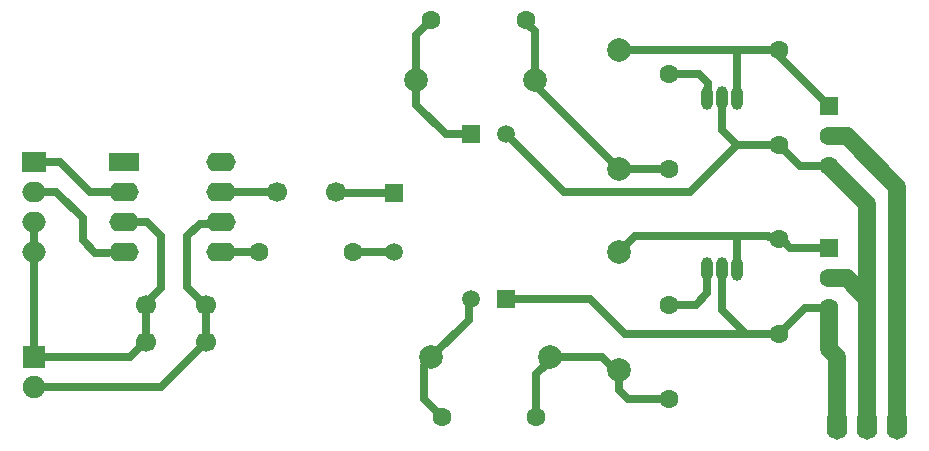
<source format=gbr>
%FSTAX23Y23*%
%MOIN*%
%SFA1B1*%

%IPPOS*%
%ADD10C,0.059055*%
%ADD11C,0.027559*%
%ADD12C,0.062992*%
%ADD13O,0.039370X0.078740*%
%ADD14O,0.039370X0.078740*%
%ADD15R,0.059055X0.059055*%
%ADD16C,0.059055*%
%ADD17R,0.059055X0.059055*%
%ADD18C,0.078740*%
%ADD19C,0.066929*%
%ADD20C,0.074803*%
%ADD21R,0.074803X0.074803*%
%ADD22R,0.098425X0.062992*%
%ADD23O,0.098425X0.062992*%
%ADD24O,0.078740X0.066929*%
%ADD25R,0.078740X0.066929*%
%ADD26R,0.062992X0.062992*%
%ADD27O,0.068898X0.098425*%
%LNpcb1_copper_signal_bot-1*%
%LPD*%
G54D10*
X04991Y02598D02*
Y03394D01*
X04823Y03562D02*
X04991Y03394D01*
X04763Y03562D02*
X04764Y03562D01*
X04823*
X04763Y03462D02*
X04891Y03335D01*
Y03021D02*
Y03335D01*
Y02598D02*
Y03021D01*
X04763Y0309D02*
X04764Y03089D01*
X04823*
X04891Y03021*
X04763Y02854D02*
Y0299D01*
X04791Y02598D02*
Y02826D01*
X04763Y02854D02*
X04791Y02826D01*
G54D11*
X04064Y02717D02*
Y02782D01*
Y02717D02*
X04094Y02687D01*
X04232*
X03833Y02826D02*
X04006D01*
X0405Y02782*
X04064*
X03789Y02626D02*
Y02769D01*
X03833Y02812*
Y02826*
X04596Y02903D02*
X04683Y0299D01*
X04763*
X03969Y03019D02*
X04084Y02903D01*
X04488*
X03688Y03019D02*
X03969D01*
X04409Y02982D02*
Y0312D01*
X04488Y02903D02*
X04596D01*
X04409Y02982D02*
X04488Y02903D01*
X04358Y03118D02*
X04359Y0312D01*
X04358Y03039D02*
Y03118D01*
X0432Y03001D02*
X04358Y03039D01*
X04232Y03001D02*
X0432D01*
X04589Y03225D02*
X04596Y03218D01*
X04459Y03228D02*
X04562D01*
X04565Y03225D02*
X04589D01*
X04562Y03228D02*
X04565Y03225D01*
X04596Y03218D02*
X04606D01*
X04064Y03176D02*
X04116Y03228D01*
X04459Y0312D02*
Y03228D01*
X04116D02*
X04459D01*
X04633Y0319D02*
X04763D01*
X04606Y03218D02*
X04633Y0319D01*
X03783Y03751D02*
Y03913D01*
X04301Y03375D02*
X04458Y03533D01*
X03688Y0357D02*
X03882Y03375D01*
X04301*
X03792Y03726D02*
X04064Y03454D01*
X03792Y03726D02*
Y03741D01*
X03783Y03751D02*
X03792Y03741D01*
X04596Y03533D02*
X04666Y03462D01*
X04763*
X04603Y03823D02*
X04763Y03662D01*
X04603Y03823D02*
Y03841D01*
X04596Y03848D02*
X04603Y03841D01*
X04458Y03533D02*
X04596D01*
X04419Y03572D02*
X04458Y03533D01*
X04409Y03582D02*
X04419Y03572D01*
X04419Y03572*
X04409Y03582D02*
Y0369D01*
X04359D02*
X0436Y03691D01*
Y0374*
X0433Y03769D02*
X0436Y0374D01*
X04232Y03769D02*
X0433D01*
X04458Y03848D02*
X04596D01*
X04064D02*
X04458D01*
X04459Y0369D02*
Y03847D01*
X04458Y03848D02*
X04459Y03847D01*
X02686Y02876D02*
Y03001D01*
X02114Y02726D02*
X02536D01*
X02686Y02876*
X02414Y03276D02*
X02491D01*
X02539Y03228*
X02489Y03001D02*
Y03007D01*
X02539Y03057*
Y03228*
X02489Y02876D02*
Y03001D01*
X02114Y02826D02*
X02433D01*
X02483Y02876*
X02489*
X02114Y03176D02*
Y03276D01*
X02114Y02826D02*
X02114Y02826D01*
X02114Y02826D02*
Y03176D01*
X02114Y03176D02*
X02114Y03176D01*
X03439Y02826D02*
X03564Y02951D01*
Y03013*
X0357Y03019*
X03439Y02819D02*
Y02826D01*
X03415Y02795D02*
X03439Y02819D01*
X03415Y02685D02*
X03474Y02626D01*
X03415Y02685D02*
Y02795D01*
X03754Y03941D02*
X03783Y03913D01*
X03754Y03941D02*
Y03951D01*
X04064Y03454D02*
X04232D01*
X03389Y03751D02*
Y03898D01*
X03439Y03948*
Y03951*
X03389Y03667D02*
Y03751D01*
X03486Y0357D02*
X0357D01*
X03389Y03667D02*
X03486Y0357D01*
X03179Y03176D02*
X03314D01*
X0312Y03375D02*
X03121Y03374D01*
X03313*
X03314Y03373*
X02737Y03376D02*
X02737Y03376D01*
X02922*
X02923Y03375*
X02737Y03176D02*
X02864D01*
X02277Y03215D02*
Y03288D01*
Y03215D02*
X02318Y03174D01*
X02362*
X02625Y0306D02*
Y03228D01*
Y0306D02*
X02661Y03023D01*
X0273Y03269D02*
X02737Y03276D01*
X02666Y03269D02*
X0273D01*
X02625Y03228D02*
X02666Y03269D01*
X02189Y03376D02*
X02277Y03288D01*
X02114Y03376D02*
X02189D01*
X02114Y03476D02*
X02201D01*
X02301Y03376*
X02414*
G54D12*
X04596Y03533D03*
Y03848D03*
X04232Y03769D03*
Y03454D03*
X03754Y03951D03*
X03439D03*
X03789Y02626D03*
X03474D03*
X03179Y03176D03*
X02864D03*
X04596Y03218D03*
Y02903D03*
X04232Y03001D03*
Y02687D03*
X04763Y03562D03*
Y03462D03*
Y0309D03*
Y0299D03*
G54D13*
X04359Y0369D03*
Y0312D03*
G54D14*
X04409Y0369D03*
X04459D03*
X04409Y0312D03*
X04459D03*
G54D15*
X03688Y03019D03*
X0357Y0357D03*
G54D16*
X0357Y03019D03*
X03688Y0357D03*
X03314Y03176D03*
G54D17*
X03314Y03373D03*
G54D18*
X04064Y03454D03*
Y03848D03*
X03783Y03751D03*
X03389D03*
X04064Y02782D03*
Y03176D03*
X03833Y02826D03*
X03439D03*
G54D19*
X0312Y03375D03*
X02923D03*
X02489Y03001D03*
X02686D03*
X02489Y02876D03*
X02686D03*
G54D20*
X02114Y02726D03*
G54D21*
X02114Y02826D03*
G54D22*
X02414Y03476D03*
G54D23*
X02414Y03376D03*
Y03276D03*
Y03176D03*
X02737Y03476D03*
Y03376D03*
Y03276D03*
Y03176D03*
G54D24*
X02114Y03176D03*
Y03276D03*
Y03376D03*
G54D25*
X02114Y03476D03*
G54D26*
X04763Y03662D03*
Y0319D03*
G54D27*
X04791Y02598D03*
X04891D03*
X04991D03*
M02*
</source>
